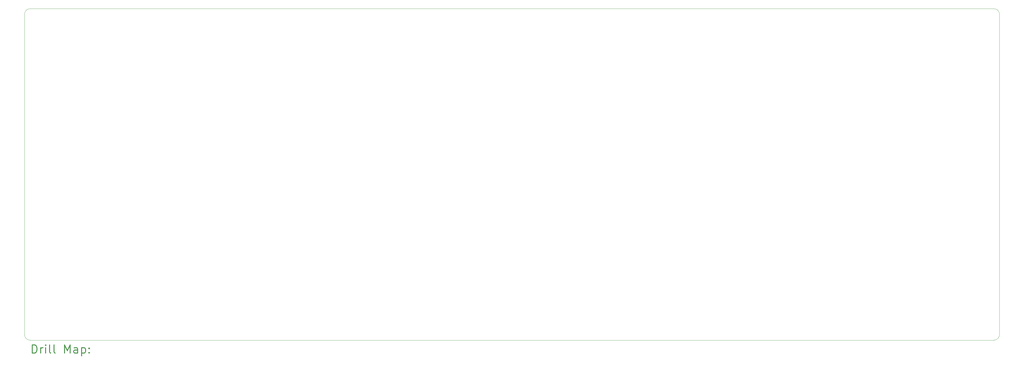
<source format=gbr>
%FSLAX45Y45*%
G04 Gerber Fmt 4.5, Leading zero omitted, Abs format (unit mm)*
G04 Created by KiCad (PCBNEW (5.1.12)-1) date 2021-11-20 18:16:02*
%MOMM*%
%LPD*%
G01*
G04 APERTURE LIST*
%TA.AperFunction,Profile*%
%ADD10C,0.099060*%
%TD*%
%ADD11C,0.200000*%
%ADD12C,0.300000*%
G04 APERTURE END LIST*
D10*
X5900000Y-15800000D02*
G75*
G03*
X6100000Y-16000000I200000J0D01*
G01*
X6100000Y-4000000D02*
G75*
G03*
X5900000Y-4200000I0J-200000D01*
G01*
X41200000Y-4200000D02*
G75*
G03*
X41000000Y-4000000I-200000J0D01*
G01*
X41000000Y-16000000D02*
G75*
G03*
X41200000Y-15800000I0J200000D01*
G01*
X41200000Y-4200000D02*
X41200000Y-15800000D01*
X6100000Y-16000000D02*
X41000000Y-16000000D01*
X5900000Y-4200000D02*
X5900000Y-15800000D01*
X6100000Y-4000000D02*
X41000000Y-4000000D01*
D11*
D12*
X6181475Y-16470667D02*
X6181475Y-16170667D01*
X6252904Y-16170667D01*
X6295761Y-16184953D01*
X6324333Y-16213524D01*
X6338618Y-16242096D01*
X6352904Y-16299239D01*
X6352904Y-16342096D01*
X6338618Y-16399239D01*
X6324333Y-16427810D01*
X6295761Y-16456382D01*
X6252904Y-16470667D01*
X6181475Y-16470667D01*
X6481475Y-16470667D02*
X6481475Y-16270667D01*
X6481475Y-16327810D02*
X6495761Y-16299239D01*
X6510047Y-16284953D01*
X6538618Y-16270667D01*
X6567190Y-16270667D01*
X6667190Y-16470667D02*
X6667190Y-16270667D01*
X6667190Y-16170667D02*
X6652904Y-16184953D01*
X6667190Y-16199239D01*
X6681475Y-16184953D01*
X6667190Y-16170667D01*
X6667190Y-16199239D01*
X6852904Y-16470667D02*
X6824333Y-16456382D01*
X6810047Y-16427810D01*
X6810047Y-16170667D01*
X7010047Y-16470667D02*
X6981475Y-16456382D01*
X6967190Y-16427810D01*
X6967190Y-16170667D01*
X7352904Y-16470667D02*
X7352904Y-16170667D01*
X7452904Y-16384953D01*
X7552904Y-16170667D01*
X7552904Y-16470667D01*
X7824333Y-16470667D02*
X7824333Y-16313524D01*
X7810047Y-16284953D01*
X7781475Y-16270667D01*
X7724333Y-16270667D01*
X7695761Y-16284953D01*
X7824333Y-16456382D02*
X7795761Y-16470667D01*
X7724333Y-16470667D01*
X7695761Y-16456382D01*
X7681475Y-16427810D01*
X7681475Y-16399239D01*
X7695761Y-16370667D01*
X7724333Y-16356382D01*
X7795761Y-16356382D01*
X7824333Y-16342096D01*
X7967190Y-16270667D02*
X7967190Y-16570667D01*
X7967190Y-16284953D02*
X7995761Y-16270667D01*
X8052904Y-16270667D01*
X8081475Y-16284953D01*
X8095761Y-16299239D01*
X8110047Y-16327810D01*
X8110047Y-16413524D01*
X8095761Y-16442096D01*
X8081475Y-16456382D01*
X8052904Y-16470667D01*
X7995761Y-16470667D01*
X7967190Y-16456382D01*
X8238618Y-16442096D02*
X8252904Y-16456382D01*
X8238618Y-16470667D01*
X8224333Y-16456382D01*
X8238618Y-16442096D01*
X8238618Y-16470667D01*
X8238618Y-16284953D02*
X8252904Y-16299239D01*
X8238618Y-16313524D01*
X8224333Y-16299239D01*
X8238618Y-16284953D01*
X8238618Y-16313524D01*
M02*

</source>
